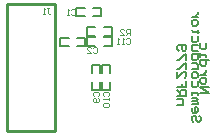
<source format=gbo>
%FSLAX24Y24*%
%MOIN*%
G70*
G01*
G75*
G04 Layer_Color=32896*
%ADD10C,0.0080*%
%ADD11R,0.0315X0.0110*%
%ADD12R,0.0250X0.0200*%
%ADD13R,0.0200X0.0250*%
%ADD14R,0.0110X0.0315*%
%ADD15R,0.0300X0.0300*%
%ADD16R,0.0472X0.0433*%
%ADD17R,0.0984X0.0787*%
%ADD18C,0.0100*%
%ADD19C,0.0050*%
%ADD20C,0.0080*%
%ADD21C,0.0433*%
%ADD22C,0.0200*%
%ADD23O,0.0787X0.0394*%
%ADD24C,0.0043*%
%ADD25C,0.0040*%
%ADD26C,0.0040*%
%ADD27C,0.0040*%
%ADD28C,0.0030*%
%ADD29C,0.0060*%
D18*
X-57Y100D02*
Y4330D01*
X1559D01*
Y100D02*
Y4330D01*
X-57Y100D02*
X1559D01*
D19*
X2260Y3940D02*
Y4220D01*
X3100Y3940D02*
Y4220D01*
X2260D02*
X2540D01*
X2260Y3940D02*
X2540D01*
X2820D02*
X3100D01*
X2820Y4220D02*
X3100D01*
X2290Y3210D02*
X2570D01*
X2290Y2930D02*
X2570D01*
X1730D02*
X2010D01*
X1730Y3210D02*
X2010D01*
X2570Y2930D02*
Y3210D01*
X1730Y2930D02*
Y3210D01*
X3180Y3560D02*
X3460D01*
X3180Y3280D02*
X3460D01*
X2620D02*
X2900D01*
X2620Y3560D02*
X2900D01*
X3460Y3280D02*
Y3560D01*
X2620Y3280D02*
Y3560D01*
Y2950D02*
Y3230D01*
X3460Y2950D02*
Y3230D01*
X2620D02*
X2900D01*
X2620Y2950D02*
X2900D01*
X3180D02*
X3460D01*
X3180Y3230D02*
X3460D01*
X3390Y1470D02*
Y1750D01*
X3110Y1470D02*
Y1750D01*
Y2030D02*
Y2310D01*
X3390Y2030D02*
Y2310D01*
X3110Y1470D02*
X3390D01*
X3110Y2310D02*
X3390D01*
X2780D02*
X3060D01*
X2780Y1470D02*
X3060D01*
Y2030D02*
Y2310D01*
X2780Y2030D02*
Y2310D01*
Y1470D02*
Y1750D01*
X3060Y1470D02*
Y1750D01*
D25*
X4060Y3300D02*
Y3500D01*
X3960D01*
X3927Y3467D01*
Y3400D01*
X3960Y3367D01*
X4060D01*
X3993D02*
X3927Y3300D01*
X3727D02*
X3860D01*
X3727Y3433D01*
Y3467D01*
X3760Y3500D01*
X3827D01*
X3860Y3467D01*
X3937Y3187D02*
X3970Y3220D01*
X4037D01*
X4070Y3187D01*
Y3053D01*
X4037Y3020D01*
X3970D01*
X3937Y3053D01*
X3870Y3020D02*
X3803D01*
X3837D01*
Y3220D01*
X3870Y3187D01*
X3703Y3020D02*
X3637D01*
X3670D01*
Y3220D01*
X3703Y3187D01*
X2843Y1277D02*
X2810Y1310D01*
Y1377D01*
X2843Y1410D01*
X2977D01*
X3010Y1377D01*
Y1310D01*
X2977Y1277D01*
Y1210D02*
X3010Y1177D01*
Y1110D01*
X2977Y1077D01*
X2843D01*
X2810Y1110D01*
Y1177D01*
X2843Y1210D01*
X2877D01*
X2910Y1177D01*
Y1077D01*
X2077Y4147D02*
X2110Y4180D01*
X2177D01*
X2210Y4147D01*
Y4013D01*
X2177Y3980D01*
X2110D01*
X2077Y4013D01*
X2010Y3980D02*
X1943D01*
X1977D01*
Y4180D01*
X2010Y4147D01*
X2817Y2877D02*
X2850Y2910D01*
X2917D01*
X2950Y2877D01*
Y2743D01*
X2917Y2710D01*
X2850D01*
X2817Y2743D01*
X2617Y2710D02*
X2750D01*
X2617Y2843D01*
Y2877D01*
X2650Y2910D01*
X2717D01*
X2750Y2877D01*
X1297Y4220D02*
X1363D01*
X1330D01*
Y4053D01*
X1363Y4020D01*
X1397D01*
X1430Y4053D01*
X1230Y4020D02*
X1163D01*
X1197D01*
Y4220D01*
X1230Y4187D01*
D26*
X3183Y1267D02*
X3150Y1300D01*
Y1367D01*
X3183Y1400D01*
X3317D01*
X3350Y1367D01*
Y1300D01*
X3317Y1267D01*
X3350Y1200D02*
Y1133D01*
Y1167D01*
X3150D01*
X3183Y1200D01*
Y1033D02*
X3150Y1000D01*
Y933D01*
X3183Y900D01*
X3317D01*
X3350Y933D01*
Y1000D01*
X3317Y1033D01*
X3183D01*
D29*
X5630Y990D02*
X5830D01*
Y1140D01*
X5780Y1190D01*
X5630D01*
Y1290D02*
X5930D01*
Y1440D01*
X5880Y1490D01*
X5780D01*
X5730Y1440D01*
Y1290D01*
Y1390D02*
X5630Y1490D01*
X5930Y1790D02*
Y1590D01*
X5780D01*
Y1690D01*
Y1590D01*
X5630D01*
Y2090D02*
Y1890D01*
X5830Y2090D01*
X5880D01*
X5930Y2040D01*
Y1940D01*
X5880Y1890D01*
X5930Y2190D02*
Y2390D01*
X5880D01*
X5680Y2190D01*
X5630D01*
X5930Y2490D02*
Y2689D01*
X5880D01*
X5680Y2490D01*
X5630D01*
X5680Y2789D02*
X5630Y2839D01*
Y2939D01*
X5680Y2989D01*
X5880D01*
X5930Y2939D01*
Y2839D01*
X5880Y2789D01*
X5830D01*
X5780Y2839D01*
Y2989D01*
X6360Y610D02*
X6410Y560D01*
Y460D01*
X6360Y410D01*
X6310D01*
X6260Y460D01*
Y560D01*
X6210Y610D01*
X6160D01*
X6110Y560D01*
Y460D01*
X6160Y410D01*
X6110Y860D02*
Y760D01*
X6160Y710D01*
X6260D01*
X6310Y760D01*
Y860D01*
X6260Y910D01*
X6210D01*
Y710D01*
X6110Y1010D02*
X6310D01*
Y1060D01*
X6260Y1110D01*
X6110D01*
X6260D01*
X6310Y1160D01*
X6260Y1210D01*
X6110D01*
Y1310D02*
Y1410D01*
Y1360D01*
X6310D01*
Y1310D01*
Y1760D02*
Y1610D01*
X6260Y1560D01*
X6160D01*
X6110Y1610D01*
Y1760D01*
Y1910D02*
Y2009D01*
X6160Y2059D01*
X6260D01*
X6310Y2009D01*
Y1910D01*
X6260Y1860D01*
X6160D01*
X6110Y1910D01*
Y2159D02*
X6310D01*
Y2309D01*
X6260Y2359D01*
X6110D01*
X6410Y2659D02*
X6110D01*
Y2509D01*
X6160Y2459D01*
X6260D01*
X6310Y2509D01*
Y2659D01*
Y2759D02*
X6160D01*
X6110Y2809D01*
Y2959D01*
X6310D01*
Y3259D02*
Y3109D01*
X6260Y3059D01*
X6160D01*
X6110Y3109D01*
Y3259D01*
X6360Y3409D02*
X6310D01*
Y3359D01*
Y3459D01*
Y3409D01*
X6160D01*
X6110Y3459D01*
Y3659D02*
Y3759D01*
X6160Y3809D01*
X6260D01*
X6310Y3759D01*
Y3659D01*
X6260Y3609D01*
X6160D01*
X6110Y3659D01*
X6310Y3909D02*
X6110D01*
X6210D01*
X6260Y3959D01*
X6310Y4009D01*
Y4059D01*
X6390Y1390D02*
X6690D01*
X6390Y1590D01*
X6690D01*
X6390Y1740D02*
Y1840D01*
X6440Y1890D01*
X6540D01*
X6590Y1840D01*
Y1740D01*
X6540Y1690D01*
X6440D01*
X6390Y1740D01*
X6590Y1990D02*
X6390D01*
X6490D01*
X6540Y2040D01*
X6590Y2090D01*
Y2140D01*
X6690Y2490D02*
X6390D01*
Y2340D01*
X6440Y2290D01*
X6540D01*
X6590Y2340D01*
Y2490D01*
X6390Y2590D02*
Y2690D01*
Y2640D01*
X6590D01*
Y2590D01*
Y3039D02*
Y2890D01*
X6540Y2840D01*
X6440D01*
X6390Y2890D01*
Y3039D01*
M02*

</source>
